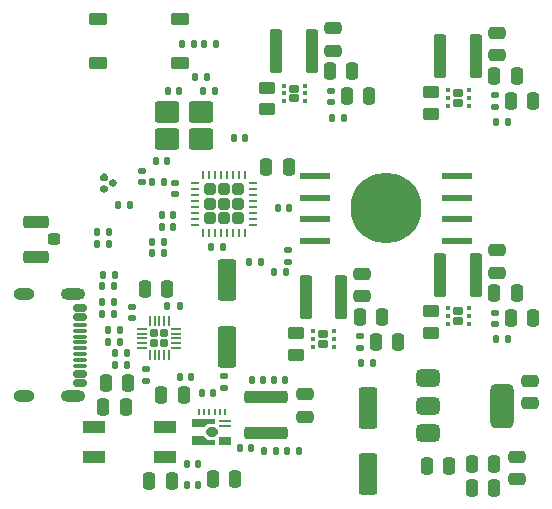
<source format=gbr>
%TF.GenerationSoftware,KiCad,Pcbnew,9.0.6*%
%TF.CreationDate,2025-12-24T13:44:06+01:00*%
%TF.ProjectId,10W-RGBW-Lars-v1,3130572d-5247-4425-972d-4c6172732d76,rev?*%
%TF.SameCoordinates,Original*%
%TF.FileFunction,Paste,Top*%
%TF.FilePolarity,Positive*%
%FSLAX46Y46*%
G04 Gerber Fmt 4.6, Leading zero omitted, Abs format (unit mm)*
G04 Created by KiCad (PCBNEW 9.0.6) date 2025-12-24 13:44:06*
%MOMM*%
%LPD*%
G01*
G04 APERTURE LIST*
G04 Aperture macros list*
%AMRoundRect*
0 Rectangle with rounded corners*
0 $1 Rounding radius*
0 $2 $3 $4 $5 $6 $7 $8 $9 X,Y pos of 4 corners*
0 Add a 4 corners polygon primitive as box body*
4,1,4,$2,$3,$4,$5,$6,$7,$8,$9,$2,$3,0*
0 Add four circle primitives for the rounded corners*
1,1,$1+$1,$2,$3*
1,1,$1+$1,$4,$5*
1,1,$1+$1,$6,$7*
1,1,$1+$1,$8,$9*
0 Add four rect primitives between the rounded corners*
20,1,$1+$1,$2,$3,$4,$5,0*
20,1,$1+$1,$4,$5,$6,$7,0*
20,1,$1+$1,$6,$7,$8,$9,0*
20,1,$1+$1,$8,$9,$2,$3,0*%
%AMFreePoly0*
4,1,7,0.812800,0.076200,1.447800,0.076200,1.447800,-0.381000,-0.508000,-0.381000,-0.508000,0.381000,0.508000,0.381000,0.812800,0.076200,0.812800,0.076200,$1*%
%AMFreePoly1*
4,1,9,0.546100,0.114300,0.546100,-0.114300,0.241300,-0.419100,-0.241300,-0.419100,-0.546100,-0.114300,-0.546100,0.114300,-0.241300,0.419100,0.241300,0.419100,0.546100,0.114300,0.546100,0.114300,$1*%
%AMFreePoly2*
4,1,7,1.447800,-0.050800,0.812800,-0.050800,0.508000,-0.355600,-0.508000,-0.355600,-0.508000,0.355600,1.447800,0.355600,1.447800,-0.050800,1.447800,-0.050800,$1*%
G04 Aperture macros list end*
%ADD10RoundRect,0.250000X0.450000X-0.262500X0.450000X0.262500X-0.450000X0.262500X-0.450000X-0.262500X0*%
%ADD11RoundRect,0.150000X-0.425000X0.150000X-0.425000X-0.150000X0.425000X-0.150000X0.425000X0.150000X0*%
%ADD12RoundRect,0.075000X-0.500000X0.075000X-0.500000X-0.075000X0.500000X-0.075000X0.500000X0.075000X0*%
%ADD13O,2.100000X1.000000*%
%ADD14O,1.800000X1.000000*%
%ADD15RoundRect,0.172500X-0.172500X-0.172500X0.172500X-0.172500X0.172500X0.172500X-0.172500X0.172500X0*%
%ADD16RoundRect,0.050000X-0.375000X-0.050000X0.375000X-0.050000X0.375000X0.050000X-0.375000X0.050000X0*%
%ADD17RoundRect,0.050000X-0.050000X-0.375000X0.050000X-0.375000X0.050000X0.375000X-0.050000X0.375000X0*%
%ADD18RoundRect,0.245000X-0.245000X-0.245000X0.245000X-0.245000X0.245000X0.245000X-0.245000X0.245000X0*%
%ADD19RoundRect,0.062500X-0.312500X-0.062500X0.312500X-0.062500X0.312500X0.062500X-0.312500X0.062500X0*%
%ADD20RoundRect,0.062500X-0.062500X-0.312500X0.062500X-0.312500X0.062500X0.312500X-0.062500X0.312500X0*%
%ADD21RoundRect,0.172500X0.262500X0.172500X-0.262500X0.172500X-0.262500X-0.172500X0.262500X-0.172500X0*%
%ADD22RoundRect,0.093750X0.093750X0.106250X-0.093750X0.106250X-0.093750X-0.106250X0.093750X-0.106250X0*%
%ADD23RoundRect,0.135000X0.135000X0.185000X-0.135000X0.185000X-0.135000X-0.185000X0.135000X-0.185000X0*%
%ADD24RoundRect,0.147500X-0.147500X-0.172500X0.147500X-0.172500X0.147500X0.172500X-0.147500X0.172500X0*%
%ADD25R,0.254000X0.609600*%
%ADD26R,1.092200X0.254000*%
%ADD27R,1.092200X0.762000*%
%ADD28FreePoly0,0.000000*%
%ADD29FreePoly1,0.000000*%
%ADD30FreePoly2,0.000000*%
%ADD31RoundRect,0.135000X-0.135000X-0.185000X0.135000X-0.185000X0.135000X0.185000X-0.135000X0.185000X0*%
%ADD32RoundRect,0.165000X0.610000X0.385000X-0.610000X0.385000X-0.610000X-0.385000X0.610000X-0.385000X0*%
%ADD33RoundRect,0.250000X0.850000X0.275000X-0.850000X0.275000X-0.850000X-0.275000X0.850000X-0.275000X0*%
%ADD34RoundRect,0.250000X0.275000X0.250000X-0.275000X0.250000X-0.275000X-0.250000X0.275000X-0.250000X0*%
%ADD35RoundRect,0.250000X-0.550000X1.500000X-0.550000X-1.500000X0.550000X-1.500000X0.550000X1.500000X0*%
%ADD36RoundRect,0.500000X-0.500000X-1.400000X0.500000X-1.400000X0.500000X1.400000X-0.500000X1.400000X0*%
%ADD37RoundRect,0.375000X-0.625000X-0.375000X0.625000X-0.375000X0.625000X0.375000X-0.625000X0.375000X0*%
%ADD38RoundRect,0.250000X1.600000X-0.300000X1.600000X0.300000X-1.600000X0.300000X-1.600000X-0.300000X0*%
%ADD39RoundRect,0.250000X-0.300000X-1.600000X0.300000X-1.600000X0.300000X1.600000X-0.300000X1.600000X0*%
%ADD40RoundRect,0.135000X-0.185000X0.135000X-0.185000X-0.135000X0.185000X-0.135000X0.185000X0.135000X0*%
%ADD41RoundRect,0.250000X0.550000X-1.500000X0.550000X1.500000X-0.550000X1.500000X-0.550000X-1.500000X0*%
%ADD42R,1.875000X1.050000*%
%ADD43RoundRect,0.250000X-0.800000X-0.650000X0.800000X-0.650000X0.800000X0.650000X-0.800000X0.650000X0*%
%ADD44C,6.000000*%
%ADD45R,2.500000X0.600000*%
%ADD46RoundRect,0.250000X-0.250000X-0.475000X0.250000X-0.475000X0.250000X0.475000X-0.250000X0.475000X0*%
%ADD47RoundRect,0.250000X-0.475000X0.250000X-0.475000X-0.250000X0.475000X-0.250000X0.475000X0.250000X0*%
%ADD48RoundRect,0.140000X-0.140000X-0.170000X0.140000X-0.170000X0.140000X0.170000X-0.140000X0.170000X0*%
%ADD49RoundRect,0.140000X0.140000X0.170000X-0.140000X0.170000X-0.140000X-0.170000X0.140000X-0.170000X0*%
%ADD50RoundRect,0.140000X0.170000X-0.140000X0.170000X0.140000X-0.170000X0.140000X-0.170000X-0.140000X0*%
%ADD51RoundRect,0.250000X0.250000X0.475000X-0.250000X0.475000X-0.250000X-0.475000X0.250000X-0.475000X0*%
%ADD52RoundRect,0.250000X0.475000X-0.250000X0.475000X0.250000X-0.475000X0.250000X-0.475000X-0.250000X0*%
%ADD53RoundRect,0.140000X-0.036244X-0.217224X0.206244X-0.077224X0.036244X0.217224X-0.206244X0.077224X0*%
%ADD54RoundRect,0.140000X-0.206244X-0.077224X0.036244X-0.217224X0.206244X0.077224X-0.036244X0.217224X0*%
%ADD55RoundRect,0.140000X-0.170000X0.140000X-0.170000X-0.140000X0.170000X-0.140000X0.170000X0.140000X0*%
G04 APERTURE END LIST*
D10*
%TO.C,R501*%
X142200000Y-48812500D03*
X142200000Y-46987500D03*
%TD*%
%TO.C,R401*%
X142200000Y-67312500D03*
X142200000Y-65487500D03*
%TD*%
%TO.C,R301*%
X130800000Y-69212500D03*
X130800000Y-67387500D03*
%TD*%
%TO.C,R201*%
X128300000Y-48412500D03*
X128300000Y-46587500D03*
%TD*%
D11*
%TO.C,J1*%
X112480000Y-65200000D03*
X112480000Y-66000000D03*
D12*
X112480000Y-67150000D03*
X112480000Y-68150000D03*
X112480000Y-68650000D03*
X112480000Y-69650000D03*
D11*
X112480000Y-70800000D03*
X112480000Y-71600000D03*
X112480000Y-71600000D03*
X112480000Y-70800000D03*
D12*
X112480000Y-70150000D03*
X112480000Y-69150000D03*
X112480000Y-67650000D03*
X112480000Y-66650000D03*
D11*
X112480000Y-66000000D03*
X112480000Y-65200000D03*
D13*
X111905000Y-64080000D03*
D14*
X107725000Y-64080000D03*
D13*
X111905000Y-72720000D03*
D14*
X107725000Y-72720000D03*
%TD*%
D15*
%TO.C,U1*%
X118790000Y-67390000D03*
X118790000Y-68210000D03*
X119610000Y-67390000D03*
X119610000Y-68210000D03*
D16*
X117750000Y-67000000D03*
X117750000Y-67400000D03*
X117750000Y-67800000D03*
X117750000Y-68200000D03*
X117750000Y-68600000D03*
D17*
X118400000Y-69250000D03*
X118800000Y-69250000D03*
X119200000Y-69250000D03*
X119600000Y-69250000D03*
X120000000Y-69250000D03*
D16*
X120650000Y-68600000D03*
X120650000Y-68200000D03*
X120650000Y-67800000D03*
X120650000Y-67400000D03*
X120650000Y-67000000D03*
D17*
X120000000Y-66350000D03*
X119600000Y-66350000D03*
X119200000Y-66350000D03*
X118800000Y-66350000D03*
X118400000Y-66350000D03*
%TD*%
D18*
%TO.C,U101*%
X123460000Y-55200000D03*
X123460000Y-56420000D03*
X123460000Y-57640000D03*
X124680000Y-55200000D03*
X124680000Y-56420000D03*
X124680000Y-57640000D03*
X125900000Y-55200000D03*
X125900000Y-56420000D03*
X125900000Y-57640000D03*
D19*
X122205000Y-54670000D03*
X122205000Y-55170000D03*
X122205000Y-55670000D03*
X122205000Y-56170000D03*
X122205000Y-56670000D03*
X122205000Y-57170000D03*
X122205000Y-57670000D03*
X122205000Y-58170000D03*
D20*
X122930000Y-58895000D03*
X123430000Y-58895000D03*
X123930000Y-58895000D03*
X124430000Y-58895000D03*
X124930000Y-58895000D03*
X125430000Y-58895000D03*
X125930000Y-58895000D03*
X126430000Y-58895000D03*
D19*
X127155000Y-58170000D03*
X127155000Y-57670000D03*
X127155000Y-57170000D03*
X127155000Y-56670000D03*
X127155000Y-56170000D03*
X127155000Y-55670000D03*
X127155000Y-55170000D03*
X127155000Y-54670000D03*
D20*
X126430000Y-53945000D03*
X125930000Y-53945000D03*
X125430000Y-53945000D03*
X124930000Y-53945000D03*
X124430000Y-53945000D03*
X123930000Y-53945000D03*
X123430000Y-53945000D03*
X122930000Y-53945000D03*
%TD*%
D21*
%TO.C,U202*%
X130605000Y-47455000D03*
X130605000Y-46655000D03*
D22*
X131492500Y-47705000D03*
X131492500Y-47055000D03*
X131492500Y-46405000D03*
X129717500Y-46405000D03*
X129717500Y-47055000D03*
X129717500Y-47705000D03*
%TD*%
D21*
%TO.C,U302*%
X133100000Y-68250000D03*
X133100000Y-67450000D03*
D22*
X133987500Y-68500000D03*
X133987500Y-67850000D03*
X133987500Y-67200000D03*
X132212500Y-67200000D03*
X132212500Y-67850000D03*
X132212500Y-68500000D03*
%TD*%
D21*
%TO.C,U402*%
X144500000Y-66300000D03*
X144500000Y-65500000D03*
D22*
X145387500Y-66550000D03*
X145387500Y-65900000D03*
X145387500Y-65250000D03*
X143612500Y-65250000D03*
X143612500Y-65900000D03*
X143612500Y-66550000D03*
%TD*%
D21*
%TO.C,U502*%
X144500000Y-47850000D03*
X144500000Y-47050000D03*
D22*
X145387500Y-48100000D03*
X145387500Y-47450000D03*
X145387500Y-46800000D03*
X143612500Y-46800000D03*
X143612500Y-47450000D03*
X143612500Y-48100000D03*
%TD*%
D23*
%TO.C,R3*%
X114380000Y-65700000D03*
X115400000Y-65700000D03*
%TD*%
D24*
%TO.C,L1*%
X119585000Y-54600000D03*
X118615000Y-54600000D03*
%TD*%
D23*
%TO.C,R8*%
X122190000Y-45700000D03*
X123210000Y-45700000D03*
%TD*%
D25*
%TO.C,U602*%
X122523525Y-74048900D03*
X122974375Y-74048900D03*
X123425225Y-74048900D03*
X123876075Y-74048900D03*
X124326925Y-74048900D03*
X124777775Y-74048900D03*
D26*
X124800000Y-74772800D03*
X124800000Y-75223650D03*
D27*
X124800000Y-76500000D03*
D28*
X122460660Y-76496825D03*
D29*
X123650650Y-75722125D03*
D30*
X122460660Y-74972825D03*
%TD*%
D23*
%TO.C,R4*%
X114380000Y-64700000D03*
X115400000Y-64700000D03*
%TD*%
%TO.C,R2*%
X115413995Y-69076394D03*
X116433995Y-69076394D03*
%TD*%
%TO.C,R10*%
X121090000Y-42900000D03*
X122110000Y-42900000D03*
%TD*%
D31*
%TO.C,R18*%
X115910000Y-67100000D03*
X114890000Y-67100000D03*
%TD*%
%TO.C,R302*%
X137310000Y-69900000D03*
X136290000Y-69900000D03*
%TD*%
D32*
%TO.C,SW1*%
X114020000Y-44530000D03*
X120970000Y-44530000D03*
%TD*%
D31*
%TO.C,R602*%
X129110000Y-77300000D03*
X128090000Y-77300000D03*
%TD*%
D32*
%TO.C,SW2*%
X114020000Y-40730000D03*
X120970000Y-40730000D03*
%TD*%
D31*
%TO.C,R16*%
X115400000Y-63400000D03*
X114380000Y-63400000D03*
%TD*%
%TO.C,R502*%
X148710000Y-49500000D03*
X147690000Y-49500000D03*
%TD*%
D33*
%TO.C,J101*%
X108775000Y-57925000D03*
X108775000Y-60875000D03*
D34*
X110300000Y-59400000D03*
%TD*%
D31*
%TO.C,R6*%
X127810000Y-61300000D03*
X126790000Y-61300000D03*
%TD*%
%TO.C,R14*%
X114910000Y-59800000D03*
X113890000Y-59800000D03*
%TD*%
D35*
%TO.C,C611*%
X136900000Y-79300000D03*
X136900000Y-73700000D03*
%TD*%
D23*
%TO.C,R601*%
X129990000Y-77300000D03*
X131010000Y-77300000D03*
%TD*%
%TO.C,R7*%
X128890000Y-62200000D03*
X129910000Y-62200000D03*
%TD*%
D31*
%TO.C,R11*%
X119610000Y-59610000D03*
X118590000Y-59610000D03*
%TD*%
D36*
%TO.C,U603*%
X148250000Y-73500000D03*
D37*
X141950000Y-75800000D03*
X141950000Y-73500000D03*
X141950000Y-71200000D03*
%TD*%
D38*
%TO.C,L601*%
X128200000Y-72800000D03*
X128200000Y-75800000D03*
%TD*%
D31*
%TO.C,R202*%
X134815000Y-49105000D03*
X133795000Y-49105000D03*
%TD*%
%TO.C,R402*%
X148710000Y-67900000D03*
X147690000Y-67900000D03*
%TD*%
D39*
%TO.C,L201*%
X132100000Y-43500000D03*
X129100000Y-43500000D03*
%TD*%
D40*
%TO.C,R5*%
X130100000Y-61310000D03*
X130100000Y-60290000D03*
%TD*%
D31*
%TO.C,R9*%
X124010000Y-42900000D03*
X122990000Y-42900000D03*
%TD*%
D23*
%TO.C,R12*%
X118590000Y-60600000D03*
X119610000Y-60600000D03*
%TD*%
D41*
%TO.C,C601*%
X124900000Y-62900000D03*
X124900000Y-68500000D03*
%TD*%
D39*
%TO.C,L301*%
X134600000Y-64300000D03*
X131600000Y-64300000D03*
%TD*%
%TO.C,L501*%
X146000000Y-43900000D03*
X143000000Y-43900000D03*
%TD*%
D23*
%TO.C,R15*%
X114390000Y-62400000D03*
X115410000Y-62400000D03*
%TD*%
D42*
%TO.C,U601*%
X113700000Y-77850000D03*
X113700000Y-75350000D03*
X119700000Y-75350000D03*
X119700000Y-77850000D03*
%TD*%
D43*
%TO.C,Y1*%
X119850000Y-48650000D03*
X122750000Y-48650000D03*
X122750000Y-50950000D03*
X119850000Y-50950000D03*
%TD*%
D23*
%TO.C,R1*%
X115413995Y-70076394D03*
X116433995Y-70076394D03*
%TD*%
%TO.C,R13*%
X113900000Y-58800000D03*
X114920000Y-58800000D03*
%TD*%
D44*
%TO.C,D2*%
X138400000Y-56800000D03*
D45*
X132400000Y-59545000D03*
X132400000Y-57715000D03*
X132400000Y-55885000D03*
X132400000Y-54055000D03*
X144400000Y-54055000D03*
X144400000Y-55885000D03*
X144400000Y-57715000D03*
X144400000Y-59545000D03*
%TD*%
D31*
%TO.C,R19*%
X115910000Y-68100000D03*
X114890000Y-68100000D03*
%TD*%
%TO.C,R20*%
X120910000Y-65100000D03*
X119890000Y-65100000D03*
%TD*%
D39*
%TO.C,L401*%
X146000000Y-62400000D03*
X143000000Y-62400000D03*
%TD*%
D46*
%TO.C,C617*%
X130150000Y-53300000D03*
X128250000Y-53300000D03*
%TD*%
D47*
%TO.C,C616*%
X149500000Y-79750000D03*
X149500000Y-77850000D03*
%TD*%
D48*
%TO.C,C615*%
X126980000Y-77100000D03*
X126020000Y-77100000D03*
%TD*%
%TO.C,C614*%
X129880000Y-71300000D03*
X128920000Y-71300000D03*
%TD*%
D49*
%TO.C,C613*%
X127020000Y-71300000D03*
X127980000Y-71300000D03*
%TD*%
D47*
%TO.C,C612*%
X131500000Y-74450000D03*
X131500000Y-72550000D03*
%TD*%
D46*
%TO.C,C610*%
X143750000Y-78600000D03*
X141850000Y-78600000D03*
%TD*%
D50*
%TO.C,C609*%
X124700000Y-71020000D03*
X124700000Y-71980000D03*
%TD*%
D49*
%TO.C,C608*%
X122820000Y-72400000D03*
X123780000Y-72400000D03*
%TD*%
D51*
%TO.C,C607*%
X119350000Y-72600000D03*
X121250000Y-72600000D03*
%TD*%
D48*
%TO.C,C606*%
X122480000Y-78400000D03*
X121520000Y-78400000D03*
%TD*%
%TO.C,C605*%
X122480000Y-80200000D03*
X121520000Y-80200000D03*
%TD*%
D49*
%TO.C,C604*%
X120920000Y-71100000D03*
X121880000Y-71100000D03*
%TD*%
D51*
%TO.C,C603*%
X118350000Y-79900000D03*
X120250000Y-79900000D03*
%TD*%
D50*
%TO.C,C504*%
X147600000Y-47220000D03*
X147600000Y-48180000D03*
%TD*%
D51*
%TO.C,C503*%
X148950000Y-47700000D03*
X150850000Y-47700000D03*
%TD*%
D52*
%TO.C,C502*%
X147800000Y-41950000D03*
X147800000Y-43850000D03*
%TD*%
D46*
%TO.C,C501*%
X149450000Y-45600000D03*
X147550000Y-45600000D03*
%TD*%
D50*
%TO.C,C404*%
X147600000Y-65620000D03*
X147600000Y-66580000D03*
%TD*%
D51*
%TO.C,C403*%
X148950000Y-66100000D03*
X150850000Y-66100000D03*
%TD*%
D52*
%TO.C,C402*%
X147800000Y-60350000D03*
X147800000Y-62250000D03*
%TD*%
D46*
%TO.C,C401*%
X149450000Y-64000000D03*
X147550000Y-64000000D03*
%TD*%
D50*
%TO.C,C304*%
X136200000Y-67620000D03*
X136200000Y-68580000D03*
%TD*%
D51*
%TO.C,C303*%
X137550000Y-68100000D03*
X139450000Y-68100000D03*
%TD*%
D52*
%TO.C,C302*%
X136400000Y-62350000D03*
X136400000Y-64250000D03*
%TD*%
D46*
%TO.C,C301*%
X138050000Y-66000000D03*
X136150000Y-66000000D03*
%TD*%
D50*
%TO.C,C204*%
X133705000Y-46825000D03*
X133705000Y-47785000D03*
%TD*%
D51*
%TO.C,C203*%
X135055000Y-47305000D03*
X136955000Y-47305000D03*
%TD*%
D52*
%TO.C,C202*%
X133905000Y-41555000D03*
X133905000Y-43455000D03*
%TD*%
D46*
%TO.C,C201*%
X135555000Y-45205000D03*
X133655000Y-45205000D03*
%TD*%
D53*
%TO.C,C103*%
X115315692Y-54660000D03*
X114484308Y-55140000D03*
%TD*%
D54*
%TO.C,C102*%
X115315692Y-54640000D03*
X114484308Y-54160000D03*
%TD*%
D55*
%TO.C,C101*%
X114500000Y-55180000D03*
X114500000Y-54220000D03*
%TD*%
D51*
%TO.C,C20*%
X114650000Y-71600000D03*
X116550000Y-71600000D03*
%TD*%
D55*
%TO.C,C19*%
X118100000Y-71380000D03*
X118100000Y-70420000D03*
%TD*%
D46*
%TO.C,C18*%
X119883005Y-63639666D03*
X117983005Y-63639666D03*
%TD*%
D50*
%TO.C,C17*%
X116900000Y-65120000D03*
X116900000Y-66080000D03*
%TD*%
D51*
%TO.C,C16*%
X114450000Y-73600000D03*
X116350000Y-73600000D03*
%TD*%
D46*
%TO.C,C15*%
X125650000Y-79700000D03*
X123750000Y-79700000D03*
%TD*%
D55*
%TO.C,C14*%
X120500000Y-55580000D03*
X120500000Y-54620000D03*
%TD*%
D50*
%TO.C,C13*%
X117700000Y-53620000D03*
X117700000Y-54580000D03*
%TD*%
D49*
%TO.C,C12*%
X119420000Y-58400000D03*
X120380000Y-58400000D03*
%TD*%
D52*
%TO.C,C11*%
X150600000Y-71400000D03*
X150600000Y-73300000D03*
%TD*%
D51*
%TO.C,C10*%
X145650000Y-78400000D03*
X147550000Y-78400000D03*
%TD*%
%TO.C,C9*%
X145650000Y-80500000D03*
X147550000Y-80500000D03*
%TD*%
D49*
%TO.C,C8*%
X119420000Y-57400000D03*
X120380000Y-57400000D03*
%TD*%
D48*
%TO.C,C7*%
X116680000Y-56500000D03*
X115720000Y-56500000D03*
%TD*%
%TO.C,C6*%
X126480000Y-50800000D03*
X125520000Y-50800000D03*
%TD*%
%TO.C,C5*%
X130200000Y-56800000D03*
X129240000Y-56800000D03*
%TD*%
%TO.C,C4*%
X124560000Y-60100000D03*
X123600000Y-60100000D03*
%TD*%
%TO.C,C3*%
X120880000Y-46900000D03*
X119920000Y-46900000D03*
%TD*%
%TO.C,C2*%
X119880000Y-52800000D03*
X118920000Y-52800000D03*
%TD*%
D49*
%TO.C,C1*%
X122920000Y-46900000D03*
X123880000Y-46900000D03*
%TD*%
M02*

</source>
